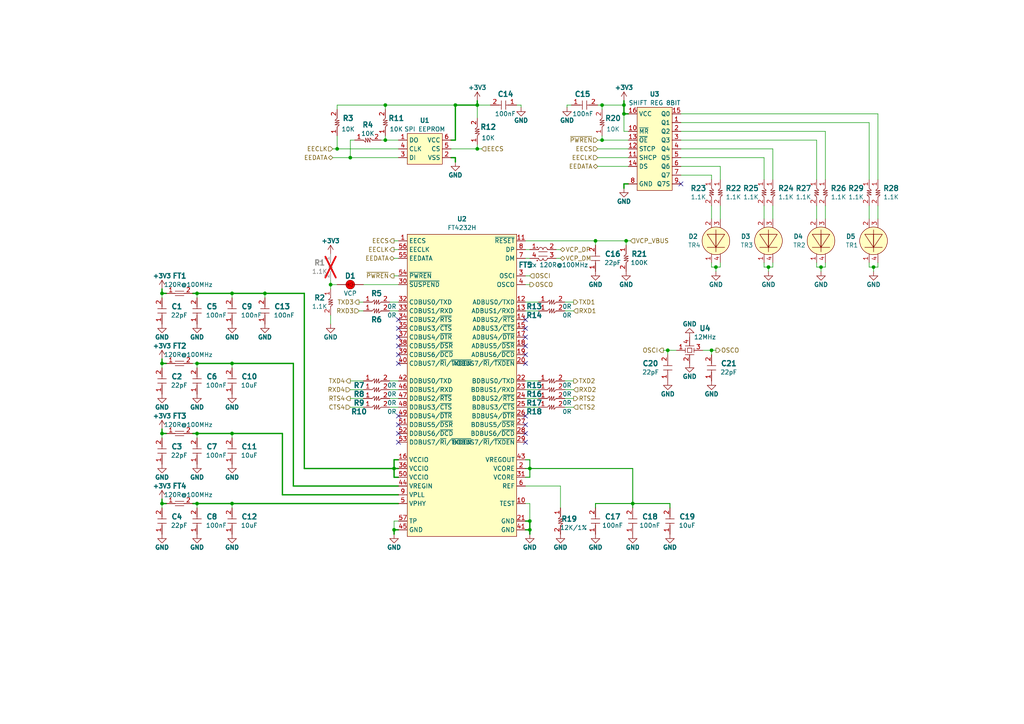
<source format=kicad_sch>
(kicad_sch (version 20231120) (generator "eeschema") (generator_version "8.0")
  (paper "A4")
  (junction (at 174.625 30.48))
  (junction (at 181.61 69.85))
  (junction (at 67.31 146.05))
  (junction (at 101.6 45.72))
  (junction (at 95.885 82.55))
  (junction (at 97.79 43.18))
  (junction (at 46.99 146.05))
  (junction (at 57.15 146.05))
  (junction (at 153.67 153.67))
  (junction (at 111.76 40.64))
  (junction (at 207.645 77.47))
  (junction (at 222.885 77.47))
  (junction (at 111.76 30.48))
  (junction (at 46.99 85.09))
  (junction (at 57.15 85.09))
  (junction (at 174.625 40.64))
  (junction (at 46.99 105.41))
  (junction (at 180.975 33.02))
  (junction (at 253.365 77.47))
  (junction (at 172.72 69.85))
  (junction (at 114.3 135.89))
  (junction (at 206.375 101.6))
  (junction (at 76.835 85.09))
  (junction (at 67.31 105.41))
  (junction (at 114.3 153.67))
  (junction (at 57.15 105.41))
  (junction (at 57.15 125.73))
  (junction (at 132.08 30.48))
  (junction (at 183.515 146.05))
  (junction (at 180.975 30.48))
  (junction (at 46.99 125.73))
  (junction (at 193.675 101.6))
  (junction (at 153.67 151.13))
  (junction (at 67.31 85.09))
  (junction (at 138.43 30.48))
  (junction (at 138.43 43.18))
  (junction (at 153.67 135.89))
  (junction (at 238.125 77.47))
  (junction (at 67.31 125.73))
  (no_connect (at 115.57 120.65))
  (no_connect (at 115.57 97.79))
  (no_connect (at 115.57 95.25))
  (no_connect (at 152.4 95.25))
  (no_connect (at 115.57 105.41))
  (no_connect (at 115.57 92.71))
  (no_connect (at 152.4 105.41))
  (no_connect (at 152.4 120.65))
  (no_connect (at 152.4 92.71))
  (no_connect (at 115.57 123.19))
  (no_connect (at 152.4 100.33))
  (no_connect (at 115.57 100.33))
  (no_connect (at 152.4 128.27))
  (no_connect (at 115.57 128.27))
  (no_connect (at 152.4 123.19))
  (no_connect (at 115.57 125.73))
  (no_connect (at 152.4 125.73))
  (no_connect (at 152.4 102.87))
  (no_connect (at 152.4 97.79))
  (no_connect (at 115.57 102.87))
  (no_connect (at 197.485 53.34))
  (wire (pts (xy 67.31 146.05) (xy 67.31 147.32)))
  (wire (pts (xy 67.31 125.73) (xy 67.31 127)))
  (wire (pts (xy 153.67 82.55) (xy 152.4 82.55)))
  (wire (pts (xy 76.835 85.09) (xy 67.31 85.09)) (stroke (width 0.381)))
  (wire (pts (xy 67.31 85.09) (xy 67.31 86.36)))
  (wire (pts (xy 224.155 43.18) (xy 224.155 52.07)))
  (wire (pts (xy 180.975 30.48) (xy 180.975 33.02)) (stroke (width 0.381)))
  (wire (pts (xy 254.635 77.47) (xy 253.365 77.47)))
  (wire (pts (xy 197.485 48.26) (xy 208.915 48.26)))
  (wire (pts (xy 101.6 40.64) (xy 102.87 40.64)))
  (wire (pts (xy 46.99 125.73) (xy 48.26 125.73)) (stroke (width 0.381)))
  (wire (pts (xy 138.43 30.48) (xy 142.24 30.48)))
  (wire (pts (xy 101.6 45.72) (xy 101.6 40.64)))
  (wire (pts (xy 166.37 115.57) (xy 163.83 115.57)))
  (wire (pts (xy 113.03 113.03) (xy 115.57 113.03)))
  (wire (pts (xy 156.21 110.49) (xy 152.4 110.49)))
  (wire (pts (xy 182.245 40.64) (xy 174.625 40.64)))
  (wire (pts (xy 197.485 40.64) (xy 236.855 40.64)))
  (wire (pts (xy 152.4 133.35) (xy 153.67 133.35)) (stroke (width 0.254)))
  (wire (pts (xy 180.975 54.61) (xy 180.975 53.34)) (stroke (width 0.381)))
  (wire (pts (xy 46.99 83.82) (xy 46.99 85.09)) (stroke (width 0.381)))
  (wire (pts (xy 46.99 146.05) (xy 48.26 146.05)) (stroke (width 0.381)))
  (wire (pts (xy 194.31 146.05) (xy 183.515 146.05)) (stroke (width 0.254)))
  (wire (pts (xy 254.635 33.02) (xy 254.635 52.07)))
  (wire (pts (xy 95.885 82.55) (xy 95.885 83.82)))
  (wire (pts (xy 111.76 40.64) (xy 115.57 40.64)))
  (wire (pts (xy 221.615 45.72) (xy 221.615 52.07)))
  (wire (pts (xy 101.6 110.49) (xy 105.41 110.49)))
  (wire (pts (xy 174.625 30.48) (xy 174.625 31.75)))
  (wire (pts (xy 222.885 77.47) (xy 222.885 78.74)))
  (wire (pts (xy 161.29 74.93) (xy 162.56 74.93)))
  (wire (pts (xy 153.67 135.89) (xy 183.515 135.89)) (stroke (width 0.254)))
  (wire (pts (xy 194.31 147.32) (xy 194.31 146.05)) (stroke (width 0.254)))
  (wire (pts (xy 153.67 74.93) (xy 152.4 74.93)))
  (wire (pts (xy 88.265 135.89) (xy 88.265 85.09)) (stroke (width 0.381)))
  (wire (pts (xy 252.095 63.5) (xy 252.095 59.69)))
  (wire (pts (xy 114.3 151.13) (xy 115.57 151.13)))
  (wire (pts (xy 104.14 90.17) (xy 105.41 90.17)))
  (wire (pts (xy 46.99 124.46) (xy 46.99 125.73)) (stroke (width 0.381)))
  (wire (pts (xy 104.14 87.63) (xy 105.41 87.63)))
  (wire (pts (xy 166.37 118.11) (xy 163.83 118.11)))
  (wire (pts (xy 88.265 135.89) (xy 114.3 135.89)) (stroke (width 0.381)))
  (wire (pts (xy 115.57 140.97) (xy 85.09 140.97)) (stroke (width 0.381)))
  (wire (pts (xy 166.37 87.63) (xy 163.83 87.63)))
  (wire (pts (xy 156.21 87.63) (xy 152.4 87.63)))
  (wire (pts (xy 206.375 101.6) (xy 207.645 101.6)))
  (wire (pts (xy 81.915 125.73) (xy 67.31 125.73)) (stroke (width 0.381)))
  (wire (pts (xy 96.52 43.18) (xy 97.79 43.18)))
  (wire (pts (xy 114.3 135.89) (xy 115.57 135.89)) (stroke (width 0.381)))
  (wire (pts (xy 206.375 50.8) (xy 206.375 52.07)))
  (wire (pts (xy 197.485 33.02) (xy 254.635 33.02)))
  (wire (pts (xy 114.3 69.85) (xy 115.57 69.85)))
  (wire (pts (xy 156.21 113.03) (xy 152.4 113.03)))
  (wire (pts (xy 57.15 105.41) (xy 57.15 106.68)))
  (wire (pts (xy 95.885 81.28) (xy 95.885 82.55)))
  (wire (pts (xy 180.975 29.21) (xy 180.975 30.48)) (stroke (width 0.381)))
  (wire (pts (xy 173.355 43.18) (xy 182.245 43.18)))
  (wire (pts (xy 113.03 87.63) (xy 115.57 87.63)))
  (wire (pts (xy 132.08 45.72) (xy 130.81 45.72)) (stroke (width 0.381)))
  (wire (pts (xy 81.915 143.51) (xy 81.915 125.73)) (stroke (width 0.381)))
  (wire (pts (xy 113.03 118.11) (xy 115.57 118.11)))
  (wire (pts (xy 55.88 125.73) (xy 57.15 125.73)) (stroke (width 0.381)))
  (wire (pts (xy 114.3 154.94) (xy 114.3 153.67)) (stroke (width 0.381)))
  (wire (pts (xy 152.4 146.05) (xy 153.67 146.05)))
  (wire (pts (xy 236.855 40.64) (xy 236.855 52.07)))
  (wire (pts (xy 238.125 77.47) (xy 238.125 78.74)))
  (wire (pts (xy 152.4 115.57) (xy 156.21 115.57)))
  (wire (pts (xy 221.615 76.2) (xy 221.615 77.47)))
  (wire (pts (xy 46.99 85.09) (xy 46.99 86.36)))
  (wire (pts (xy 97.79 39.37) (xy 97.79 43.18)))
  (wire (pts (xy 165.735 30.48) (xy 164.465 30.48)))
  (wire (pts (xy 161.29 72.39) (xy 162.56 72.39)))
  (wire (pts (xy 57.15 125.73) (xy 57.15 127)))
  (wire (pts (xy 152.4 135.89) (xy 153.67 135.89)) (stroke (width 0.254)))
  (wire (pts (xy 152.4 80.01) (xy 153.67 80.01)))
  (wire (pts (xy 192.405 101.6) (xy 193.675 101.6)))
  (wire (pts (xy 156.21 90.17) (xy 152.4 90.17)))
  (wire (pts (xy 239.395 38.1) (xy 239.395 52.07)))
  (wire (pts (xy 252.095 76.2) (xy 252.095 77.47)))
  (wire (pts (xy 162.56 140.97) (xy 162.56 147.32)))
  (wire (pts (xy 153.67 138.43) (xy 153.67 135.89)) (stroke (width 0.254)))
  (wire (pts (xy 193.675 101.6) (xy 196.215 101.6)))
  (wire (pts (xy 207.645 77.47) (xy 207.645 78.74)))
  (wire (pts (xy 203.835 101.6) (xy 206.375 101.6)))
  (wire (pts (xy 172.72 69.85) (xy 181.61 69.85)))
  (wire (pts (xy 208.915 76.2) (xy 208.915 77.47)))
  (wire (pts (xy 115.57 138.43) (xy 114.3 138.43)) (stroke (width 0.381)))
  (wire (pts (xy 97.79 31.75) (xy 97.79 30.48)))
  (wire (pts (xy 182.245 38.1) (xy 180.975 38.1)))
  (wire (pts (xy 239.395 63.5) (xy 239.395 59.69)))
  (wire (pts (xy 153.67 133.35) (xy 153.67 135.89)) (stroke (width 0.254)))
  (wire (pts (xy 46.99 144.78) (xy 46.99 146.05)) (stroke (width 0.381)))
  (wire (pts (xy 252.095 35.56) (xy 252.095 52.07)))
  (wire (pts (xy 174.625 40.64) (xy 174.625 39.37)))
  (wire (pts (xy 236.855 76.2) (xy 236.855 77.47)))
  (wire (pts (xy 253.365 77.47) (xy 253.365 78.74)))
  (wire (pts (xy 254.635 76.2) (xy 254.635 77.47)))
  (wire (pts (xy 183.515 146.05) (xy 172.72 146.05)) (stroke (width 0.254)))
  (wire (pts (xy 254.635 63.5) (xy 254.635 59.69)))
  (wire (pts (xy 46.99 105.41) (xy 48.26 105.41)) (stroke (width 0.381)))
  (wire (pts (xy 114.3 135.89) (xy 114.3 133.35)) (stroke (width 0.381)))
  (wire (pts (xy 114.3 153.67) (xy 114.3 151.13)))
  (wire (pts (xy 55.88 146.05) (xy 57.15 146.05)) (stroke (width 0.381)))
  (wire (pts (xy 95.885 93.98) (xy 95.885 91.44)))
  (wire (pts (xy 67.31 146.05) (xy 115.57 146.05)) (stroke (width 0.381)))
  (wire (pts (xy 114.3 138.43) (xy 114.3 135.89)) (stroke (width 0.381)))
  (wire (pts (xy 105.41 82.55) (xy 115.57 82.55)))
  (wire (pts (xy 110.49 40.64) (xy 111.76 40.64)))
  (wire (pts (xy 57.15 85.09) (xy 67.31 85.09)) (stroke (width 0.381)))
  (wire (pts (xy 132.08 30.48) (xy 138.43 30.48)) (stroke (width 0.381)))
  (wire (pts (xy 208.915 63.5) (xy 208.915 59.69)))
  (wire (pts (xy 132.08 40.64) (xy 130.81 40.64)) (stroke (width 0.381)))
  (wire (pts (xy 101.6 115.57) (xy 105.41 115.57)))
  (wire (pts (xy 207.645 77.47) (xy 206.375 77.47)))
  (wire (pts (xy 183.515 135.89) (xy 183.515 146.05)) (stroke (width 0.254)))
  (wire (pts (xy 115.57 45.72) (xy 101.6 45.72)))
  (wire (pts (xy 101.6 118.11) (xy 105.41 118.11)))
  (wire (pts (xy 197.485 45.72) (xy 221.615 45.72)))
  (wire (pts (xy 224.155 63.5) (xy 224.155 59.69)))
  (wire (pts (xy 138.43 29.21) (xy 138.43 30.48)) (stroke (width 0.381)))
  (wire (pts (xy 152.4 151.13) (xy 153.67 151.13)) (stroke (width 0.381)))
  (wire (pts (xy 149.86 30.48) (xy 151.13 30.48)))
  (wire (pts (xy 113.03 115.57) (xy 115.57 115.57)))
  (wire (pts (xy 95.885 82.55) (xy 97.79 82.55)))
  (wire (pts (xy 96.52 45.72) (xy 101.6 45.72)))
  (wire (pts (xy 236.855 63.5) (xy 236.855 59.69)))
  (wire (pts (xy 206.375 102.87) (xy 206.375 101.6)))
  (wire (pts (xy 138.43 43.18) (xy 139.7 43.18)))
  (wire (pts (xy 114.3 74.93) (xy 115.57 74.93)))
  (wire (pts (xy 55.88 105.41) (xy 57.15 105.41)))
  (wire (pts (xy 239.395 77.47) (xy 238.125 77.47)))
  (wire (pts (xy 172.72 69.85) (xy 172.72 71.12)))
  (wire (pts (xy 197.485 43.18) (xy 224.155 43.18)))
  (wire (pts (xy 152.4 118.11) (xy 156.21 118.11)))
  (wire (pts (xy 152.4 140.97) (xy 162.56 140.97)))
  (wire (pts (xy 173.355 30.48) (xy 174.625 30.48)))
  (wire (pts (xy 182.245 33.02) (xy 180.975 33.02)) (stroke (width 0.381)))
  (wire (pts (xy 152.4 69.85) (xy 172.72 69.85)))
  (wire (pts (xy 46.99 125.73) (xy 46.99 127)))
  (wire (pts (xy 197.485 35.56) (xy 252.095 35.56)))
  (wire (pts (xy 55.88 85.09) (xy 57.15 85.09)) (stroke (width 0.381)))
  (wire (pts (xy 197.485 38.1) (xy 239.395 38.1)))
  (wire (pts (xy 115.57 143.51) (xy 81.915 143.51)) (stroke (width 0.381)))
  (wire (pts (xy 208.915 77.47) (xy 207.645 77.47)))
  (wire (pts (xy 166.37 113.03) (xy 163.83 113.03)))
  (wire (pts (xy 206.375 76.2) (xy 206.375 77.47)))
  (wire (pts (xy 111.76 31.75) (xy 111.76 30.48)))
  (wire (pts (xy 111.76 39.37) (xy 111.76 40.64)))
  (wire (pts (xy 153.67 151.13) (xy 153.67 153.67)) (stroke (width 0.381)))
  (wire (pts (xy 88.265 85.09) (xy 76.835 85.09)) (stroke (width 0.381)))
  (wire (pts (xy 197.485 50.8) (xy 206.375 50.8)))
  (wire (pts (xy 172.72 146.05) (xy 172.72 147.32)) (stroke (width 0.254)))
  (wire (pts (xy 153.67 72.39) (xy 152.4 72.39)))
  (wire (pts (xy 222.885 77.47) (xy 221.615 77.47)))
  (wire (pts (xy 67.31 105.41) (xy 85.09 105.41)) (stroke (width 0.381)))
  (wire (pts (xy 173.355 40.64) (xy 174.625 40.64)))
  (wire (pts (xy 224.155 77.47) (xy 222.885 77.47)))
  (wire (pts (xy 153.67 146.05) (xy 153.67 151.13)))
  (wire (pts (xy 114.3 153.67) (xy 115.57 153.67)) (stroke (width 0.381)))
  (wire (pts (xy 101.6 113.03) (xy 105.41 113.03)))
  (wire (pts (xy 224.155 76.2) (xy 224.155 77.47)))
  (wire (pts (xy 138.43 30.48) (xy 138.43 34.29)))
  (wire (pts (xy 57.15 125.73) (xy 67.31 125.73)) (stroke (width 0.381)))
  (wire (pts (xy 173.355 45.72) (xy 182.245 45.72)))
  (wire (pts (xy 193.675 102.87) (xy 193.675 101.6)))
  (wire (pts (xy 221.615 63.5) (xy 221.615 59.69)))
  (wire (pts (xy 153.67 153.67) (xy 152.4 153.67)) (stroke (width 0.381)))
  (wire (pts (xy 57.15 146.05) (xy 67.31 146.05)) (stroke (width 0.381)))
  (wire (pts (xy 46.99 104.14) (xy 46.99 105.41)) (stroke (width 0.381)))
  (wire (pts (xy 57.15 146.05) (xy 57.15 147.32)))
  (wire (pts (xy 253.365 77.47) (xy 252.095 77.47)))
  (wire (pts (xy 113.03 90.17) (xy 115.57 90.17)))
  (wire (pts (xy 114.3 133.35) (xy 115.57 133.35)) (stroke (width 0.381)))
  (wire (pts (xy 208.915 48.26) (xy 208.915 52.07)))
  (wire (pts (xy 132.08 30.48) (xy 132.08 40.64)) (stroke (width 0.381)))
  (wire (pts (xy 132.08 46.99) (xy 132.08 45.72)) (stroke (width 0.381)))
  (wire (pts (xy 57.15 105.41) (xy 67.31 105.41)) (stroke (width 0.381)))
  (wire (pts (xy 180.975 53.34) (xy 182.245 53.34)) (stroke (width 0.381)))
  (wire (pts (xy 46.99 146.05) (xy 46.99 147.32)))
  (wire (pts (xy 57.15 85.09) (xy 57.15 86.36)))
  (wire (pts (xy 173.355 48.26) (xy 182.245 48.26)))
  (wire (pts (xy 181.61 69.85) (xy 181.61 71.12)))
  (wire (pts (xy 239.395 76.2) (xy 239.395 77.47)))
  (wire (pts (xy 114.3 72.39) (xy 115.57 72.39)))
  (wire (pts (xy 138.43 43.18) (xy 138.43 41.91)))
  (wire (pts (xy 151.13 31.115) (xy 151.13 30.48)))
  (wire (pts (xy 174.625 30.48) (xy 180.975 30.48)))
  (wire (pts (xy 166.37 110.49) (xy 163.83 110.49)))
  (wire (pts (xy 180.975 38.1) (xy 180.975 33.02)))
  (wire (pts (xy 183.515 146.05) (xy 183.515 147.32)) (stroke (width 0.254)))
  (wire (pts (xy 111.76 30.48) (xy 132.08 30.48)))
  (wire (pts (xy 181.61 69.85) (xy 182.88 69.85)))
  (wire (pts (xy 76.835 85.09) (xy 76.835 86.36)))
  (wire (pts (xy 114.3 80.01) (xy 115.57 80.01)))
  (wire (pts (xy 206.375 63.5) (xy 206.375 59.69)))
  (wire (pts (xy 153.67 153.67) (xy 153.67 154.94)) (stroke (width 0.381)))
  (wire (pts (xy 67.31 105.41) (xy 67.31 106.68)))
  (wire (pts (xy 130.81 43.18) (xy 138.43 43.18)))
  (wire (pts (xy 164.465 31.115) (xy 164.465 30.48)))
  (wire (pts (xy 238.125 77.47) (xy 236.855 77.47)))
  (wire (pts (xy 97.79 43.18) (xy 115.57 43.18)))
  (wire (pts (xy 152.4 138.43) (xy 153.67 138.43)) (stroke (width 0.254)))
  (wire (pts (xy 85.09 140.97) (xy 85.09 105.41)) (stroke (width 0.381)))
  (wire (pts (xy 46.99 85.09) (xy 48.26 85.09)) (stroke (width 0.381)))
  (wire (pts (xy 97.79 30.48) (xy 111.76 30.48)))
  (wire (pts (xy 166.37 90.17) (xy 163.83 90.17)))
  (wire (pts (xy 46.99 105.41) (xy 46.99 106.68)))
  (wire (pts (xy 113.03 110.49) (xy 115.57 110.49)))
  (hierarchical_label "TXD3" (shape output) (at 104.14 87.63 180))
  (hierarchical_label "CTS4" (shape input) (at 101.6 118.11 180))
  (hierarchical_label "OSCO" (shape output) (at 153.67 82.55 0))
  (hierarchical_label "OSCI" (shape input) (at 153.67 80.01 0))
  (hierarchical_label "VCP_DP" (shape bidirectional) (at 162.56 72.39 0))
  (hierarchical_label "RXD4" (shape input) (at 101.6 113.03 180))
  (hierarchical_label "RXD2" (shape input) (at 166.37 113.03 0))
  (hierarchical_label "EEDATA" (shape bidirectional) (at 96.52 45.72 180))
  (hierarchical_label "RXD1" (shape input) (at 166.37 90.17 0))
  (hierarchical_label "OSCI" (shape output) (at 192.405 101.6 180))
  (hierarchical_label "OSCO" (shape output) (at 207.645 101.6 0))
  (hierarchical_label "RXD3" (shape input) (at 104.14 90.17 180))
  (hierarchical_label "RTS4" (shape output) (at 101.6 115.57 180))
  (hierarchical_label "~{PWREN}" (shape input) (at 173.355 40.64 180))
  (hierarchical_label "VCP_VBUS" (shape input) (at 182.88 69.85 0))
  (hierarchical_label "~{PWREN}" (shape output) (at 114.3 80.01 180))
  (hierarchical_label "CTS2" (shape input) (at 166.37 118.11 0))
  (hierarchical_label "EECLK" (shape input) (at 173.355 45.72 180))
  (hierarchical_label "EECS" (shape input) (at 173.355 43.18 180))
  (hierarchical_label "EECS" (shape input) (at 139.7 43.18 0))
  (hierarchical_label "EECS" (shape output) (at 114.3 69.85 180))
  (hierarchical_label "TXD2" (shape output) (at 166.37 110.49 0))
  (hierarchical_label "TXD4" (shape output) (at 101.6 110.49 180))
  (hierarchical_label "RTS2" (shape output) (at 166.37 115.57 0))
  (hierarchical_label "TXD1" (shape output) (at 166.37 87.63 0))
  (hierarchical_label "EECLK" (shape output) (at 114.3 72.39 180))
  (hierarchical_label "EECLK" (shape input) (at 96.52 43.18 180))
  (hierarchical_label "EEDATA" (shape bidirectional) (at 173.355 48.26 180))
  (hierarchical_label "EEDATA" (shape bidirectional) (at 114.3 74.93 180))
  (hierarchical_label "VCP_DM" (shape bidirectional) (at 162.56 74.93 0))
  (symbol (lib_id "SAMPI:RES") (at 160.02 149.86 90) (mirror x) (unit 1)
    (property "Reference" "R19" (at 165.1 150.495 90) (effects (font (size 1.5 1.5) (bold yes))))
    (property "Value" "12K/1%" (at 166.37 153.035 90))
    (property "Footprint" "SAMPI:RES0603" (effects (hide yes)))
    (property "Description" "RES 12K OHM 1% 1/10W 0603" (effects (hide yes)))
    (property "Unit Price" "0.019" (effects (hide yes)))
    (property "MNP" "RC0603FR-0712KL" (effects (hide yes)))
    (property "MFT" "YAGEO" (effects (hide yes)))
    (property "Checked" "OK" (effects (hide yes)))
  )
  (symbol (lib_id "SAMPI:FerriteBead") (at 51.435 81.28 0) (unit 1)
    (property "Reference" "FT1" (at 52.07 80.01 0) (effects (font (size 1.5 1.5) (bold yes))))
    (property "Value" "120R@100MHz" (at 54.61 82.55 0))
    (property "Footprint" "SAMPI:FT0603" (effects (hide yes)))
    (property "Description" "FERRITE BEAD 120 OHM 1A 0603 1LN" (effects (hide yes)))
    (property "Unit Price" "0.058" (effects (hide yes)))
    (property "MNP" "PE-0603PFB121ST" (effects (hide yes)))
    (property "MFT" "Pulse" (effects (hide yes)))
    (property "Checked" "OK" (effects (hide yes)))
  )
  (symbol (lib_id "power:GND") (at 222.885 78.74 0) (mirror y) (unit 1)
    (property "Reference" "#PWR039" (effects (hide yes)))
    (property "Value" "GND" (at 222.885 82.55 0) (effects (font (bold yes))))
  )
  (symbol (lib_id "SAMPI:RES") (at 177.165 36.83 270) (mirror x) (unit 1)
    (property "Reference" "R20" (at 177.8 34.29 90) (effects (font (size 1.5 1.5) (bold yes))))
    (property "Value" "10K" (at 177.8 37.465 90))
    (property "Footprint" "SAMPI:RES0603" (effects (hide yes)))
    (property "Description" "RES 10K OHM 1% 1/10W 0603" (effects (hide yes)))
    (property "Unit Price" "0.019" (effects (hide yes)))
    (property "MNP" "RC0603FR-0710KL" (effects (hide yes)))
    (property "MFT" "YAGEO" (effects (hide yes)))
    (property "Checked" "OK" (effects (hide yes)))
  )
  (symbol (lib_id "power:GND") (at 95.885 93.98 0) (unit 1)
    (property "Reference" "#PWR019" (effects (hide yes)))
    (property "Value" "GND" (at 95.885 97.79 0) (effects (font (bold yes))))
  )
  (symbol (lib_id "SAMPI:RG_LED") (at 215.265 63.5 90) (mirror x) (unit 1)
    (property "Reference" "D3" (at 217.805 68.58 90) (effects (font (size 1.3 1.3) (bold yes)) (justify left)))
    (property "Value" "TR3" (at 218.44 71.12 90) (effects (justify left)))
    (property "Footprint" "SAMPI:LED0606_4P" (effects (hide yes)))
    (property "Description" "LED GREEN/RED DIFFUSED 0606 SMD" (effects (hide yes)))
    (property "MNP" "B2612USNG20D000212U1930" (effects (hide yes)))
    (property "MFT" " Harvatek" (effects (hide yes)))
    (property "Checked" "OK" (effects (hide yes)))
  )
  (symbol (lib_id "power:GND") (at 46.99 134.62 0) (unit 1)
    (property "Reference" "#PWR06" (effects (hide yes)))
    (property "Value" "GND" (at 46.99 138.43 0) (effects (font (bold yes))))
  )
  (symbol (lib_id "power:GND") (at 206.375 110.49 0) (unit 1)
    (property "Reference" "#PWR037" (effects (hide yes)))
    (property "Value" "GND" (at 206.375 114.3 0) (effects (font (bold yes))))
  )
  (symbol (lib_id "SAMPI:RES") (at 158.75 115.57 0) (unit 1)
    (property "Reference" "R18" (at 154.94 119.38 0) (effects (font (size 1.5 1.5) (bold yes))))
    (property "Value" "0R" (at 164.465 119.38 0))
    (property "Footprint" "SAMPI:RES0603" (effects (hide yes)))
    (property "Description" "RES 0 OHM JUMPER 1/10W 0603" (effects (hide yes)))
    (property "Unit Price" "0.015" (effects (hide yes)))
    (property "MNP" "RC0603JR-070RL" (effects (hide yes)))
    (property "MFT" "YAGEO" (effects (hide yes)))
    (property "Checked" "OK" (effects (hide yes)))
  )
  (symbol (lib_id "power:GND") (at 253.365 78.74 0) (mirror y) (unit 1)
    (property "Reference" "#PWR041" (effects (hide yes)))
    (property "Value" "GND" (at 253.365 82.55 0) (effects (font (bold yes))))
  )
  (symbol (lib_id "SAMPI:RES") (at 107.95 85.09 0) (unit 1)
    (property "Reference" "R5" (at 109.22 85.09 0) (effects (font (size 1.5 1.5) (bold yes))))
    (property "Value" "0R" (at 113.665 88.9 0))
    (property "Footprint" "SAMPI:RES0603" (effects (hide yes)))
    (property "Description" "RES 0 OHM JUMPER 1/10W 0603" (effects (hide yes)))
    (property "Unit Price" "0.015" (effects (hide yes)))
    (property "MNP" "RC0603JR-070RL" (effects (hide yes)))
    (property "MFT" "YAGEO" (effects (hide yes)))
    (property "Checked" "OK" (effects (hide yes)))
  )
  (symbol (lib_id "SAMPI:CERCAP") (at 180.975 152.4 90) (unit 1)
    (property "Reference" "C18" (at 186.055 149.86 90) (effects (font (size 1.5 1.5) (bold yes)) (justify right)))
    (property "Value" "100nF" (at 185.42 152.4 90) (effects (justify right)))
    (property "Footprint" "SAMPI:CAP0603" (effects (hide yes)))
    (property "Description" "CAP CER 0.1UF 50V X7R 0603" (effects (hide yes)))
    (property "MNP" "CL10B104KB8NNNC" (effects (hide yes)))
    (property "Unit Price" "0.012" (effects (hide yes)))
    (property "MFT" "Samsung" (effects (hide yes)))
    (property "Checked" "OK" (effects (hide yes)))
  )
  (symbol (lib_id "power:GND") (at 172.72 78.74 0) (unit 1)
    (property "Reference" "#PWR027" (effects (hide yes)))
    (property "Value" "GND" (at 172.72 82.55 0) (effects (font (bold yes))))
  )
  (symbol (lib_id "power:GND") (at 67.31 134.62 0) (unit 1)
    (property "Reference" "#PWR015" (effects (hide yes)))
    (property "Value" "GND" (at 67.31 138.43 0) (effects (font (bold yes))))
  )
  (symbol (lib_id "power:+3V3") (at 95.885 73.66 0) (unit 1)
    (property "Reference" "#PWR018" (effects (hide yes)))
    (property "Value" "+3V3" (at 95.885 69.85 0) (effects (font (bold yes))))
  )
  (symbol (lib_id "SAMPI:CERCAP") (at 203.835 107.95 90) (unit 1)
    (property "Reference" "C21" (at 208.915 105.4099 90) (effects (font (size 1.5 1.5) (bold yes)) (justify right)))
    (property "Value" "22pF" (at 208.915 107.9499 90) (effects (justify right)))
    (property "Footprint" "SAMPI:CAP0603" (effects (hide yes)))
    (property "Description" "CAP CER 22PF 50V C0G/NP0 0603" (effects (hide yes)))
    (property "MNP" "0603N220J500CT" (effects (hide yes)))
    (property "Unit Price" "0.012" (effects (hide yes)))
    (property "MFT" "Walsin" (effects (hide yes)))
    (property "Checked" "OK" (effects (hide yes)))
  )
  (symbol (lib_id "SAMPI:CERCAP") (at 44.45 132.08 90) (unit 1)
    (property "Reference" "C3" (at 49.53 129.5399 90) (effects (font (size 1.5 1.5) (bold yes)) (justify right)))
    (property "Value" "22pF" (at 49.53 132.0799 90) (effects (justify right)))
    (property "Footprint" "SAMPI:CAP0603" (effects (hide yes)))
    (property "Description" "CAP CER 22PF 50V C0G/NP0 0603" (effects (hide yes)))
    (property "MNP" "0603N220J500CT" (effects (hide yes)))
    (property "Unit Price" "0.012" (effects (hide yes)))
    (property "MFT" "Walsin" (effects (hide yes)))
    (property "Checked" "OK" (effects (hide yes)))
  )
  (symbol (lib_id "SAMPI:RES") (at 140.97 39.37 270) (mirror x) (unit 1)
    (property "Reference" "R12" (at 141.605 36.83 90) (effects (font (size 1.5 1.5) (bold yes))))
    (property "Value" "10K" (at 141.605 40.005 90))
    (property "Footprint" "SAMPI:RES0603" (effects (hide yes)))
    (property "Description" "RES 10K OHM 1% 1/10W 0603" (effects (hide yes)))
    (property "Unit Price" "0.019" (effects (hide yes)))
    (property "MNP" "RC0603FR-0710KL" (effects (hide yes)))
    (property "MFT" "YAGEO" (effects (hide yes)))
    (property "Checked" "OK" (effects (hide yes)))
  )
  (symbol (lib_id "power:GND") (at 207.645 78.74 0) (mirror y) (unit 1)
    (property "Reference" "#PWR038" (effects (hide yes)))
    (property "Value" "GND" (at 207.645 82.55 0) (effects (font (bold yes))))
  )
  (symbol (lib_id "SAMPI:CERCAP") (at 44.45 152.4 90) (unit 1)
    (property "Reference" "C4" (at 49.53 149.8599 90) (effects (font (size 1.5 1.5) (bold yes)) (justify right)))
    (property "Value" "22pF" (at 49.53 152.3999 90) (effects (justify right)))
    (property "Footprint" "SAMPI:CAP0603" (effects (hide yes)))
    (property "Description" "CAP CER 22PF 50V C0G/NP0 0603" (effects (hide yes)))
    (property "MNP" "0603N220J500CT" (effects (hide yes)))
    (property "Unit Price" "0.012" (effects (hide yes)))
    (property "MFT" "Walsin" (effects (hide yes)))
    (property "Checked" "OK" (effects (hide yes)))
  )
  (symbol (lib_id "SAMPI:RG_LED") (at 200.025 63.5 90) (mirror x) (unit 1)
    (property "Reference" "D2" (at 202.565 68.58 90) (effects (font (size 1.3 1.3) (bold yes)) (justify left)))
    (property "Value" "TR4" (at 203.2 71.12 90) (effects (justify left)))
    (property "Footprint" "SAMPI:LED0606_4P" (effects (hide yes)))
    (property "Description" "LED GREEN/RED DIFFUSED 0606 SMD" (effects (hide yes)))
    (property "MNP" "B2612USNG20D000212U1930" (effects (hide yes)))
    (property "MFT" " Harvatek" (effects (hide yes)))
    (property "Checked" "OK" (effects (hide yes)))
  )
  (symbol (lib_id "SAMPI:RES") (at 107.95 87.63 0) (unit 1)
    (property "Reference" "R6" (at 109.22 92.71 0) (effects (font (size 1.5 1.5) (bold yes))))
    (property "Value" "0R" (at 113.665 91.44 0))
    (property "Footprint" "SAMPI:RES0603" (effects (hide yes)))
    (property "Description" "RES 0 OHM JUMPER 1/10W 0603" (effects (hide yes)))
    (property "Unit Price" "0.015" (effects (hide yes)))
    (property "MNP" "RC0603JR-070RL" (effects (hide yes)))
    (property "MFT" "YAGEO" (effects (hide yes)))
    (property "Checked" "OK" (effects (hide yes)))
  )
  (symbol (lib_id "power:+3V3") (at 46.99 104.14 0) (unit 1)
    (property "Reference" "#PWR03" (effects (hide yes)))
    (property "Value" "+3V3" (at 46.99 100.33 0) (effects (font (bold yes))))
  )
  (symbol (lib_id "SAMPI:RES") (at 158.75 87.63 0) (unit 1)
    (property "Reference" "R14" (at 154.94 91.44 0) (effects (font (size 1.5 1.5) (bold yes))))
    (property "Value" "0R" (at 164.465 91.44 0))
    (property "Footprint" "SAMPI:RES0603" (effects (hide yes)))
    (property "Description" "RES 0 OHM JUMPER 1/10W 0603" (effects (hide yes)))
    (property "Unit Price" "0.015" (effects (hide yes)))
    (property "MNP" "RC0603JR-070RL" (effects (hide yes)))
    (property "MFT" "YAGEO" (effects (hide yes)))
    (property "Checked" "OK" (effects (hide yes)))
  )
  (symbol (lib_id "power:GND") (at 57.15 93.98 0) (unit 1)
    (property "Reference" "#PWR09" (effects (hide yes)))
    (property "Value" "GND" (at 57.15 97.79 0) (effects (font (bold yes))))
  )
  (symbol (lib_id "SAMPI:CERCAP") (at 64.77 111.76 90) (unit 1)
    (property "Reference" "C10" (at 69.85 109.2199 90) (effects (font (size 1.5 1.5) (bold yes)) (justify right)))
    (property "Value" "10uF" (at 69.85 111.7599 90) (effects (justify right)))
    (property "Footprint" "SAMPI:CAP0603" (effects (hide yes)))
    (property "Description" "CAP CER 10UF 6.3V X5R 0603" (effects (hide yes)))
    (property "MNP" "CL10A106MQ8NNNC" (effects (hide yes)))
    (property "Unit Price" "0.079" (effects (hide yes)))
    (property "MFT" "Samsung" (effects (hide yes)))
    (property "Checked" "OK" (effects (hide yes)))
  )
  (symbol (lib_id "SAMPI:CERCAP") (at 196.215 107.95 270) (mirror x) (unit 1)
    (property "Reference" "C20" (at 191.135 105.4099 90) (effects (font (size 1.5 1.5) (bold yes)) (justify right)))
    (property "Value" "22pF" (at 191.135 107.9499 90) (effects (justify right)))
    (property "Footprint" "SAMPI:CAP0603" (effects (hide yes)))
    (property "Description" "CAP CER 22PF 50V C0G/NP0 0603" (effects (hide yes)))
    (property "MNP" "0603N220J500CT" (effects (hide yes)))
    (property "Unit Price" "0.012" (effects (hide yes)))
    (property "MFT" "Walsin" (effects (hide yes)))
    (property "Checked" "OK" (effects (hide yes)))
  )
  (symbol (lib_id "SAMPI:CERCAP") (at 54.61 152.4 90) (unit 1)
    (property "Reference" "C8" (at 59.69 149.8599 90) (effects (font (size 1.5 1.5) (bold yes)) (justify right)))
    (property "Value" "100nF" (at 59.69 152.3999 90) (effects (justify right)))
    (property "Footprint" "SAMPI:CAP0603" (effects (hide yes)))
    (property "Description" "CAP CER 0.1UF 50V X7R 0603" (effects (hide yes)))
    (property "MNP" "CL10B104KB8NNNC" (effects (hide yes)))
    (property "Unit Price" "0.012" (effects (hide yes)))
    (property "MFT" "Samsung" (effects (hide yes)))
    (property "Checked" "OK" (effects (hide yes)))
  )
  (symbol (lib_id "SAMPI:RES") (at 158.75 110.49 0) (unit 1)
    (property "Reference" "R16" (at 154.94 114.3 0) (effects (font (size 1.5 1.5) (bold yes))))
    (property "Value" "0R" (at 164.465 114.3 0))
    (property "Footprint" "SAMPI:RES0603" (effects (hide yes)))
    (property "Description" "RES 0 OHM JUMPER 1/10W 0603" (effects (hide yes)))
    (property "Unit Price" "0.015" (effects (hide yes)))
    (property "MNP" "RC0603JR-070RL" (effects (hide yes)))
    (property "MFT" "YAGEO" (effects (hide yes)))
    (property "Checked" "OK" (effects (hide yes)))
  )
  (symbol (lib_id "SAMPI:RES") (at 158.75 107.95 0) (unit 1)
    (property "Reference" "R15" (at 154.94 111.76 0) (effects (font (size 1.5 1.5) (bold yes))))
    (property "Value" "0R" (at 164.465 111.76 0))
    (property "Footprint" "SAMPI:RES0603" (effects (hide yes)))
    (property "Description" "RES 0 OHM JUMPER 1/10W 0603" (effects (hide yes)))
    (property "Unit Price" "0.015" (effects (hide yes)))
    (property "MNP" "RC0603JR-070RL" (effects (hide yes)))
    (property "MFT" "YAGEO" (effects (hide yes)))
    (property "Checked" "OK" (effects (hide yes)))
  )
  (symbol (lib_id "SAMPI:RES") (at 107.95 113.03 0) (unit 1)
    (property "Reference" "R9" (at 104.14 116.84 0) (effects (font (size 1.5 1.5) (bold yes))))
    (property "Value" "0R" (at 113.665 116.84 0))
    (property "Footprint" "SAMPI:RES0603" (effects (hide yes)))
    (property "Description" "RES 0 OHM JUMPER 1/10W 0603" (effects (hide yes)))
    (property "Unit Price" "0.015" (effects (hide yes)))
    (property "MNP" "RC0603JR-070RL" (effects (hide yes)))
    (property "MFT" "YAGEO" (effects (hide yes)))
    (property "Checked" "OK" (effects (hide yes)))
  )
  (symbol (lib_id "power:GND") (at 67.31 93.98 0) (unit 1)
    (property "Reference" "#PWR013" (effects (hide yes)))
    (property "Value" "GND" (at 67.31 97.79 0) (effects (font (bold yes))))
  )
  (symbol (lib_id "power:GND") (at 57.15 134.62 0) (unit 1)
    (property "Reference" "#PWR011" (effects (hide yes)))
    (property "Value" "GND" (at 57.15 138.43 0) (effects (font (bold yes))))
  )
  (symbol (lib_id "SAMPI:RES") (at 221.615 54.61 90) (mirror x) (unit 1)
    (property "Reference" "R24" (at 227.965 54.61 90) (effects (font (size 1.5 1.5) (bold yes))))
    (property "Value" "1.1K" (at 227.965 57.15 90))
    (property "Footprint" "SAMPI:RES0603" (effects (hide yes)))
    (property "Description" "RES SMD 1.1K OHM 1% 1/10W 0603" (effects (hide yes)))
    (property "MFT" "YAGEO" (effects (hide yes)))
    (property "Unit Price" "0.021" (effects (hide yes)))
    (property "MNP" "AC0603FR-071K1L" (effects (hide yes)))
    (property "Checked" "OK" (effects (hide yes)))
  )
  (symbol (lib_id "power:GND") (at 164.465 31.115 0) (mirror y) (unit 1)
    (property "Reference" "#PWR026" (effects (hide yes)))
    (property "Value" "GND" (at 164.465 34.925 0) (effects (font (bold yes))))
  )
  (symbol (lib_id "power:+3V3") (at 46.99 124.46 0) (unit 1)
    (property "Reference" "#PWR05" (effects (hide yes)))
    (property "Value" "+3V3" (at 46.99 120.65 0) (effects (font (bold yes))))
  )
  (symbol (lib_id "SAMPI:XTAL-4P") (at 192.405 96.52 0) (unit 1)
    (property "Reference" "U4" (at 204.47 95.2213 0) (effects (font (size 1.5 1.5) (bold yes))))
    (property "Value" "12MHz" (at 204.47 97.7613 0))
    (property "Footprint" "SAMPI:CDFN2520-ABM10" (effects (hide yes)))
    (property "Description" "CRYSTAL 12.0000MHZ 10PF SMD" (effects (hide yes)))
    (property "MNP" "ABM10AIG-12.000MHZ-4Z-T3" (effects (hide yes)))
    (property "MFT" "Abracon LLC" (effects (hide yes)))
  )
  (symbol (lib_id "SAMPI:FerriteBead") (at 51.435 142.24 0) (unit 1)
    (property "Reference" "FT4" (at 52.07 140.97 0) (effects (font (size 1.5 1.5) (bold yes))))
    (property "Value" "120R@100MHz" (at 54.61 143.51 0))
    (property "Footprint" "SAMPI:FT0603" (effects (hide yes)))
    (property "Description" "FERRITE BEAD 120 OHM 1A 0603 1LN" (effects (hide yes)))
    (property "Unit Price" "0.058" (effects (hide yes)))
    (property "MNP" "PE-0603PFB121ST" (effects (hide yes)))
    (property "MFT" "Pulse" (effects (hide yes)))
    (property "Checked" "OK" (effects (hide yes)))
  )
  (symbol (lib_id "SAMPI:CERCAP") (at 170.18 152.4 90) (unit 1)
    (property "Reference" "C17" (at 175.26 149.86 90) (effects (font (size 1.5 1.5) (bold yes)) (justify right)))
    (property "Value" "100nF" (at 174.625 152.4 90) (effects (justify right)))
    (property "Footprint" "SAMPI:CAP0603" (effects (hide yes)))
    (property "Description" "CAP CER 0.1UF 50V X7R 0603" (effects (hide yes)))
    (property "MNP" "CL10B104KB8NNNC" (effects (hide yes)))
    (property "Unit Price" "0.012" (effects (hide yes)))
    (property "MFT" "Samsung" (effects (hide yes)))
    (property "Checked" "OK" (effects (hide yes)))
  )
  (symbol (lib_id "SAMPI:CERCAP") (at 170.18 76.2 90) (unit 1)
    (property "Reference" "C16" (at 175.26 73.6599 90) (effects (font (size 1.5 1.5) (bold yes)) (justify right)))
    (property "Value" "22pF" (at 175.26 76.1999 90) (effects (justify right)))
    (property "Footprint" "SAMPI:CAP0603" (effects (hide yes)))
    (property "Description" "CAP CER 22PF 50V C0G/NP0 0603" (effects (hide yes)))
    (property "MNP" "0603N220J500CT" (effects (hide yes)))
    (property "Unit Price" "0.012" (effects (hide yes)))
    (property "MFT" "Walsin" (effects (hide yes)))
    (property "Checked" "OK" (effects (hide yes)))
  )
  (symbol (lib_id "power:GND") (at 181.61 78.74 0) (unit 1)
    (property "Reference" "#PWR031" (effects (hide yes)))
    (property "Value" "GND" (at 181.61 82.55 0) (effects (font (bold yes))))
  )
  (symbol (lib_id "SAMPI:RES") (at 114.3 36.83 270) (mirror x) (unit 1)
    (property "Reference" "R11" (at 114.935 34.29 90) (effects (font (size 1.5 1.5) (bold yes))))
    (property "Value" "10K" (at 114.935 37.465 90))
    (property "Footprint" "SAMPI:RES0603" (effects (hide yes)))
    (property "Description" "RES 10K OHM 1% 1/10W 0603" (effects (hide yes)))
    (property "Unit Price" "0.019" (effects (hide yes)))
    (property "MNP" "RC0603FR-0710KL" (effects (hide yes)))
    (property "MFT" "YAGEO" (effects (hide yes)))
    (property "Checked" "OK" (effects (hide yes)))
  )
  (symbol (lib_id "power:GND") (at 193.675 110.49 0) (mirror y) (unit 1)
    (property "Reference" "#PWR033" (effects (hide yes)))
    (property "Value" "GND" (at 193.675 114.3 0) (effects (font (bold yes))))
  )
  (symbol (lib_id "power:GND") (at 67.31 154.94 0) (unit 1)
    (property "Reference" "#PWR016" (effects (hide yes)))
    (property "Value" "GND" (at 67.31 158.75 0) (effects (font (bold yes))))
  )
  (symbol (lib_id "power:GND") (at 57.15 154.94 0) (unit 1)
    (property "Reference" "#PWR012" (effects (hide yes)))
    (property "Value" "GND" (at 57.15 158.75 0) (effects (font (bold yes))))
  )
  (symbol (lib_id "SAMPI:RES") (at 107.95 107.95 0) (unit 1)
    (property "Reference" "R7" (at 104.14 111.76 0) (effects (font (size 1.5 1.5) (bold yes))))
    (property "Value" "0R" (at 113.665 111.76 0))
    (property "Footprint" "SAMPI:RES0603" (effects (hide yes)))
    (property "Description" "RES 0 OHM JUMPER 1/10W 0603" (effects (hide yes)))
    (property "Unit Price" "0.015" (effects (hide yes)))
    (property "MNP" "RC0603JR-070RL" (effects (hide yes)))
    (property "MFT" "YAGEO" (effects (hide yes)))
    (property "Checked" "OK" (effects (hide yes)))
  )
  (symbol (lib_id "SAMPI:RES") (at 158.75 85.09 0) (unit 1)
    (property "Reference" "R13" (at 154.94 88.9 0) (effects (font (size 1.5 1.5) (bold yes))))
    (property "Value" "0R" (at 164.465 88.9 0))
    (property "Footprint" "SAMPI:RES0603" (effects (hide yes)))
    (property "Description" "RES 0 OHM JUMPER 1/10W 0603" (effects (hide yes)))
    (property "Unit Price" "0.015" (effects (hide yes)))
    (property "MNP" "RC0603JR-070RL" (effects (hide yes)))
    (property "MFT" "YAGEO" (effects (hide yes)))
    (property "Checked" "OK" (effects (hide yes)))
  )
  (symbol (lib_id "power:GND") (at 200.025 97.79 180) (unit 1)
    (property "Reference" "#PWR035" (effects (hide yes)))
    (property "Value" "GND" (at 200.025 93.98 0) (effects (font (bold yes))))
  )
  (symbol (lib_id "SAMPI:RES") (at 105.41 43.18 0) (mirror x) (unit 1)
    (property "Reference" "R4" (at 106.68 36.195 0) (effects (font (size 1.5 1.5) (bold yes))))
    (property "Value" "10K" (at 106.68 38.735 0))
    (property "Footprint" "SAMPI:RES0603" (effects (hide yes)))
    (property "Description" "RES 10K OHM 1% 1/10W 0603" (effects (hide yes)))
    (property "Unit Price" "0.019" (effects (hide yes)))
    (property "MNP" "RC0603FR-0710KL" (effects (hide yes)))
    (property "MFT" "YAGEO" (effects (hide yes)))
    (property "Checked" "OK" (effects (hide yes)))
  )
  (symbol (lib_id "power:GND") (at 76.835 93.98 0) (unit 1)
    (property "Reference" "#PWR017" (effects (hide yes)))
    (property "Value" "GND" (at 76.835 97.79 0) (effects (font (bold yes))))
  )
  (symbol (lib_id "power:GND") (at 200.025 105.41 0) (unit 1)
    (property "Reference" "#PWR036" (effects (hide yes)))
    (property "Value" "GND" (at 200.025 109.22 0) (effects (font (bold yes))))
  )
  (symbol (lib_id "SAMPI:CERCAP") (at 147.32 33.02 180) (unit 1)
    (property "Reference" "C14" (at 144.145 27.305 0) (effects (font (size 1.5 1.5) (bold yes)) (justify right)))
    (property "Value" "100nF" (at 143.51 33.02 0) (effects (justify right)))
    (property "Footprint" "SAMPI:CAP0603" (effects (hide yes)))
    (property "Description" "CAP CER 0.1UF 50V X7R 0603" (effects (hide yes)))
    (property "MNP" "CL10B104KB8NNNC" (effects (hide yes)))
    (property "Unit Price" "0.012" (effects (hide yes)))
    (property "MFT" "Samsung" (effects (hide yes)))
    (property "Checked" "OK" (effects (hide yes)))
  )
  (symbol (lib_id "SAMPI:IND1210_4P") (at 156.845 69.85 0) (unit 1)
    (property "Reference" "FT5" (at 152.4 76.835 0) (effects (font (size 1.5 1.5) (bold yes))))
    (property "Value" "2x 120R@100MHz" (at 161.925 76.835 0))
    (property "Footprint" "SAMPI:IND1210_4P" (effects (hide yes)))
    (property "Description" "CMF 1210 120OHM 300MA 2LN SMD" (effects (hide yes)))
    (property "MNP" "MCM1012B121F06BPDG" (effects (hide yes)))
    (property "Unit Price" "0.087" (effects (hide yes)))
    (property "MFT" "INPAQ" (effects (hide yes)))
    (property "Checked" "OK" (effects (hide yes)))
  )
  (symbol (lib_id "SAMPI:RES") (at 93.345 86.36 90) (mirror x) (unit 1)
    (property "Reference" "R2" (at 92.71 86.36 90) (effects (font (size 1.5 1.5) (bold yes))))
    (property "Value" "1.1K" (at 92.71 88.9 90))
    (property "Footprint" "SAMPI:RES0603" (effects (hide yes)))
    (property "Description" "RES SMD 1.1K OHM 1% 1/10W 0603" (effects (hide yes)))
    (property "MFT" "YAGEO" (effects (hide yes)))
    (property "Unit Price" "0.021" (effects (hide yes)))
    (property "MNP" "AC0603FR-071K1L" (effects (hide yes)))
    (property "Checked" "OK" (effects (hide yes)))
  )
  (symbol (lib_id "power:GND") (at 153.67 154.94 0) (mirror y) (unit 1)
    (property "Reference" "#PWR024" (effects (hide yes)))
    (property "Value" "GND" (at 153.67 158.75 0) (effects (font (bold yes))))
  )
  (symbol (lib_id "power:+3V3") (at 180.975 29.21 0) (unit 1)
    (property "Reference" "#PWR029" (effects (hide yes)))
    (property "Value" "+3V3" (at 180.975 25.4 0) (effects (font (bold yes))))
  )
  (symbol (lib_id "power:GND") (at 57.15 114.3 0) (unit 1)
    (property "Reference" "#PWR010" (effects (hide yes)))
    (property "Value" "GND" (at 57.15 118.11 0) (effects (font (bold yes))))
  )
  (symbol (lib_id "power:+3V3") (at 138.43 29.21 0) (unit 1)
    (property "Reference" "#PWR022" (effects (hide yes)))
    (property "Value" "+3V3" (at 138.43 25.4 0) (effects (font (bold yes))))
  )
  (symbol (lib_id "power:GND") (at 67.31 114.3 0) (unit 1)
    (property "Reference" "#PWR014" (effects (hide yes)))
    (property "Value" "GND" (at 67.31 118.11 0) (effects (font (bold yes))))
  )
  (symbol (lib_id "SAMPI:RES") (at 206.375 54.61 90) (mirror x) (unit 1)
    (property "Reference" "R22" (at 212.725 54.61 90) (effects (font (size 1.5 1.5) (bold yes))))
    (property "Value" "1.1K" (at 212.725 57.15 90))
    (property "Footprint" "SAMPI:RES0603" (effects (hide yes)))
    (property "Description" "RES SMD 1.1K OHM 1% 1/10W 0603" (effects (hide yes)))
    (property "MFT" "YAGEO" (effects (hide yes)))
    (property "Unit Price" "0.021" (effects (hide yes)))
    (property "MNP" "AC0603FR-071K1L" (effects (hide yes)))
    (property "Checked" "OK" (effects (hide yes)))
  )
  (symbol (lib_id "SAMPI:RES") (at 254.635 54.61 270) (unit 1)
    (property "Reference" "R29" (at 248.285 54.61 90) (effects (font (size 1.5 1.5) (bold yes))))
    (property "Value" "1.1K" (at 248.285 57.15 90))
    (property "Footprint" "SAMPI:RES0603" (effects (hide yes)))
    (property "Description" "RES SMD 1.1K OHM 1% 1/10W 0603" (effects (hide yes)))
    (property "MFT" "YAGEO" (effects (hide yes)))
    (property "Unit Price" "0.021" (effects (hide yes)))
    (property "MNP" "AC0603FR-071K1L" (effects (hide yes)))
    (property "Checked" "OK" (effects (hide yes)))
  )
  (symbol (lib_id "SAMPI:CERCAP") (at 64.77 132.08 90) (unit 1)
    (property "Reference" "C11" (at 69.85 129.5399 90) (effects (font (size 1.5 1.5) (bold yes)) (justify right)))
    (property "Value" "10uF" (at 69.85 132.0799 90) (effects (justify right)))
    (property "Footprint" "SAMPI:CAP0603" (effects (hide yes)))
    (property "Description" "CAP CER 10UF 6.3V X5R 0603" (effects (hide yes)))
    (property "MNP" "CL10A106MQ8NNNC" (effects (hide yes)))
    (property "Unit Price" "0.079" (effects (hide yes)))
    (property "MFT" "Samsung" (effects (hide yes)))
    (property "Checked" "OK" (effects (hide yes)))
  )
  (symbol (lib_id "power:GND") (at 46.99 93.98 0) (unit 1)
    (property "Reference" "#PWR02" (effects (hide yes)))
    (property "Value" "GND" (at 46.99 97.79 0) (effects (font (bold yes))))
  )
  (symbol (lib_id "SAMPI:CERCAP") (at 44.45 111.76 90) (unit 1)
    (property "Reference" "C2" (at 49.53 109.2199 90) (effects (font (size 1.5 1.5) (bold yes)) (justify right)))
    (property "Value" "22pF" (at 49.53 111.7599 90) (effects (justify right)))
    (property "Footprint" "SAMPI:CAP0603" (effects (hide yes)))
    (property "Description" "CAP CER 22PF 50V C0G/NP0 0603" (effects (hide yes)))
    (property "MNP" "0603N220J500CT" (effects (hide yes)))
    (property "Unit Price" "0.012" (effects (hide yes)))
    (property "MFT" "Walsin" (effects (hide yes)))
    (property "Checked" "OK" (effects (hide yes)))
  )
  (symbol (lib_id "power:GND") (at 114.3 154.94 0) (mirror y) (unit 1)
    (property "Reference" "#PWR020" (effects (hide yes)))
    (property "Value" "GND" (at 114.3 158.75 0) (effects (font (bold yes))))
  )
  (symbol (lib_id "SAMPI:RES") (at 107.95 115.57 0) (unit 1)
    (property "Reference" "R10" (at 104.14 119.38 0) (effects (font (size 1.5 1.5) (bold yes))))
    (property "Value" "0R" (at 113.665 119.38 0))
    (property "Footprint" "SAMPI:RES0603" (effects (hide yes)))
    (property "Description" "RES 0 OHM JUMPER 1/10W 0603" (effects (hide yes)))
    (property "Unit Price" "0.015" (effects (hide yes)))
    (property "MNP" "RC0603JR-070RL" (effects (hide yes)))
    (property "MFT" "YAGEO" (effects (hide yes)))
    (property "Checked" "OK" (effects (hide yes)))
  )
  (symbol (lib_id "SAMPI:RES") (at 236.855 54.61 90) (mirror x) (unit 1)
    (property "Reference" "R26" (at 243.205 54.61 90) (effects (font (size 1.5 1.5) (bold yes))))
    (property "Value" "1.1K" (at 243.205 57.15 90))
    (property "Footprint" "SAMPI:RES0603" (effects (hide yes)))
    (property "Description" "RES SMD 1.1K OHM 1% 1/10W 0603" (effects (hide yes)))
    (property "MFT" "YAGEO" (effects (hide yes)))
    (property "Unit Price" "0.021" (effects (hide yes)))
    (property "MNP" "AC0603FR-071K1L" (effects (hide yes)))
    (property "Checked" "OK" (effects (hide yes)))
  )
  (symbol (lib_id "SAMPI:RES") (at 224.155 54.61 270) (unit 1)
    (property "Reference" "R25" (at 217.805 54.61 90) (effects (font (size 1.5 1.5) (bold yes))))
    (property "Value" "1.1K" (at 217.805 57.15 90))
    (property "Footprint" "SAMPI:RES0603" (effects (hide yes)))
    (property "Description" "RES SMD 1.1K OHM 1% 1/10W 0603" (effects (hide yes)))
    (property "MFT" "YAGEO" (effects (hide yes)))
    (property "Unit Price" "0.021" (effects (hide yes)))
    (property "MNP" "AC0603FR-071K1L" (effects (hide yes)))
    (property "Checked" "OK" (effects (hide yes)))
  )
  (symbol (lib_id "SAMPI:CERCAP") (at 191.77 152.4 90) (unit 1)
    (property "Reference" "C19" (at 196.85 149.8599 90) (effects (font (size 1.5 1.5) (bold yes)) (justify right)))
    (property "Value" "10uF" (at 196.85 152.3999 90) (effects (justify right)))
    (property "Footprint" "SAMPI:CAP0603" (effects (hide yes)))
    (property "Description" "CAP CER 10UF 6.3V X5R 0603" (effects (hide yes)))
    (property "MNP" "CL10A106MQ8NNNC" (effects (hide yes)))
    (property "Unit Price" "0.079" (effects (hide yes)))
    (property "MFT" "Samsung" (effects (hide yes)))
    (property "Checked" "OK" (effects (hide yes)))
  )
  (symbol (lib_id "power:+3V3") (at 46.99 144.78 0) (unit 1)
    (property "Reference" "#PWR07" (effects (hide yes)))
    (property "Value" "+3V3" (at 46.99 140.97 0) (effects (font (bold yes))))
  )
  (symbol (lib_id "SAMPI:CERCAP") (at 64.77 91.44 90) (unit 1)
    (property "Reference" "C9" (at 69.85 88.8999 90) (effects (font (size 1.5 1.5) (bold yes)) (justify right)))
    (property "Value" "100nF" (at 69.85 91.4399 90) (effects (justify right)))
    (property "Footprint" "SAMPI:CAP0603" (effects (hide yes)))
    (property "Description" "CAP CER 0.1UF 50V X7R 0603" (effects (hide yes)))
    (property "MNP" "CL10B104KB8NNNC" (effects (hide yes)))
    (property "Unit Price" "0.012" (effects (hide yes)))
    (property "MFT" "Samsung" (effects (hide yes)))
    (property "Checked" "OK" (effects (hide yes)))
  )
  (symbol (lib_id "SAMPI:CERCAP") (at 44.45 91.44 90) (unit 1)
    (property "Reference" "C1" (at 49.53 88.8999 90) (effects (font (size 1.5 1.5) (bold yes)) (justify right)))
    (property "Value" "22pF" (at 49.53 91.4399 90) (effects (justify right)))
    (property "Footprint" "SAMPI:CAP0603" (effects (hide yes)))
    (property "Description" "CAP CER 22PF 50V C0G/NP0 0603" (effects (hide yes)))
    (property "MNP" "0603N220J500CT" (effects (hide yes)))
    (property "Unit Price" "0.012" (effects (hide yes)))
    (property "MFT" "Walsin" (effects (hide yes)))
    (property "Checked" "OK" (effects (hide yes)))
  )
  (symbol (lib_id "power:+3V3") (at 46.99 83.82 0) (unit 1)
    (property "Reference" "#PWR01" (effects (hide yes)))
    (property "Value" "+3V3" (at 46.99 80.01 0) (effects (font (bold yes))))
  )
  (symbol (lib_id "power:GND") (at 46.99 154.94 0) (unit 1)
    (property "Reference" "#PWR08" (effects (hide yes)))
    (property "Value" "GND" (at 46.99 158.75 0) (effects (font (bold yes))))
  )
  (symbol (lib_id "power:GND") (at 162.56 154.94 0) (mirror y) (unit 1)
    (property "Reference" "#PWR025" (effects (hide yes)))
    (property "Value" "GND" (at 162.56 158.75 0) (effects (font (bold yes))))
  )
  (symbol (lib_id "SAMPI:RES") (at 179.07 73.66 90) (mirror x) (unit 1)
    (property "Reference" "R21" (at 185.42 73.66 90) (effects (font (size 1.5 1.5) (bold yes))))
    (property "Value" "100K" (at 185.42 76.2 90))
    (property "Footprint" "SAMPI:RES0603" (effects (hide yes)))
    (property "Description" "RES 100K OHM 1% 1/10W 0603" (effects (hide yes)))
    (property "Unit Price" "0.019" (effects (hide yes)))
    (property "MNP" "RC0603FR-07100KL" (effects (hide yes)))
    (property "MFT" "YAGEO" (effects (hide yes)))
    (property "Checked" "OK" (effects (hide yes)))
  )
  (symbol (lib_id "SAMPI:RES") (at 158.75 113.03 0) (unit 1)
    (property "Reference" "R17" (at 154.94 116.84 0) (effects (font (size 1.5 1.5) (bold yes))))
    (property "Value" "0R" (at 164.465 116.84 0))
    (property "Footprint" "SAMPI:RES0603" (effects (hide yes)))
    (property "Description" "RES 0 OHM JUMPER 1/10W 0603" (effects (hide yes)))
    (property "Unit Price" "0.015" (effects (hide yes)))
    (property "MNP" "RC0603JR-070RL" (effects (hide yes)))
    (property "MFT" "YAGEO" (effects (hide yes)))
    (property "Checked" "OK" (effects (hide yes)))
  )
  (symbol (lib_id "power:GND") (at 238.125 78.74 0) (mirror y) (unit 1)
    (property "Reference" "#PWR040" (effects (hide yes)))
    (property "Value" "GND" (at 238.125 82.55 0) (effects (font (bold yes))))
  )
  (symbol (lib_id "SAMPI:RES") (at 93.345 76.2 90) (mirror x) (unit 1) (in_bom no) (dnp yes)
    (property "Reference" "R1" (at 92.71 76.2 90) (effects (font (size 1.5 1.5) (bold yes))))
    (property "Value" "1.1K" (at 92.71 78.74 90))
    (property "Footprint" "SAMPI:RES0603" (effects (hide yes)))
    (property "Description" "RES SMD 1.1K OHM 1% 1/10W 0603" (effects (hide yes)))
    (property "MFT" "YAGEO" (effects (hide yes)))
    (property "Unit Price" "0.021" (effects (hide yes)))
    (property "MNP" "AC0603FR-071K1L" (effects (hide yes)))
    (property "Checked" "OK" (effects (hide yes)))
  )
  (symbol (lib_id "SAMPI:CERCAP") (at 54.61 132.08 90) (unit 1)
    (property "Reference" "C7" (at 59.69 129.5399 90) (effects (font (size 1.5 1.5) (bold yes)) (justify right)))
    (property "Value" "100nF" (at 59.69 132.0799 90) (effects (justify right)))
    (property "Footprint" "SAMPI:CAP0603" (effects (hide yes)))
    (property "Description" "CAP CER 0.1UF 50V X7R 0603" (effects (hide yes)))
    (property "MNP" "CL10B104KB8NNNC" (effects (hide yes)))
    (property "Unit Price" "0.012" (effects (hide yes)))
    (property "MFT" "Samsung" (effects (hide yes)))
    (property "Checked" "OK" (effects (hide yes)))
  )
  (symbol (lib_id "power:GND") (at 132.08 46.99 0) (unit 1)
    (property "Reference" "#PWR021" (effects (hide yes)))
    (property "Value" "GND" (at 132.08 50.8 0) (effects (font (bold yes))))
  )
  (symbol (lib_id "power:GND") (at 194.31 154.94 0) (unit 1)
    (property "Reference" "#PWR034" (effects (hide yes)))
    (property "Value" "GND" (at 194.31 158.75 0) (effects (font (bold yes))))
  )
  (symbol (lib_id "SAMPI:CERCAP") (at 54.61 91.44 90) (unit 1)
    (property "Reference" "C5" (at 59.69 88.8999 90) (effects (font (size 1.5 1.5) (bold yes)) (justify right)))
    (property "Value" "100nF" (at 59.69 91.4399 90) (effects (justify right)))
    (property "Footprint" "SAMPI:CAP0603" (effects (hide yes)))
    (property "Description" "CAP CER 0.1UF 50V X7R 0603" (effects (hide yes)))
    (property "MNP" "CL10B104KB8NNNC" (effects (hide yes)))
    (property "Unit Price" "0.012" (effects (hide yes)))
    (property "MFT" "Samsung" (effects (hide yes)))
    (property "Checked" "OK" (effects (hide yes)))
  )
  (symbol (lib_id "SAMPI:FerriteBead") (at 51.435 101.6 0) (unit 1)
    (property "Reference" "FT2" (at 52.07 100.33 0) (effects (font (size 1.5 1.5) (bold yes))))
    (property "Value" "120R@100MHz" (at 54.61 102.87 0))
    (property "Footprint" "SAMPI:FT0603" (effects (hide yes)))
    (property "Description" "FERRITE BEAD 120 OHM 1A 0603 1LN" (effects (hide yes)))
    (property "Unit Price" "0.058" (effects (hide yes)))
    (property "MNP" "PE-0603PFB121ST" (effects (hide yes)))
    (property "MFT" "Pulse" (effects (hide yes)))
    (property "Checked" "OK" (effects (hide yes)))
  )
  (symbol (lib_id "SAMPI:CERCAP") (at 64.77 152.4 90) (unit 1)
    (property "Reference" "C12" (at 69.85 149.8599 90) (effects (font (size 1.5 1.5) (bold yes)) (justify right)))
    (property "Value" "10uF" (at 69.85 152.3999 90) (effects (justify right)))
    (property "Footprint" "SAMPI:CAP0603" (effects (hide yes)))
    (property "Description" "CAP CER 10UF 6.3V X5R 0603" (effects (hide yes)))
    (property "MNP" "CL10A106MQ8NNNC" (effects (hide yes)))
    (property "Unit Price" "0.079" (effects (hide yes)))
    (property "MFT" "Samsung" (effects (hide yes)))
    (property "Checked" "OK" (effects (hide yes)))
  )
  (symbol (lib_id "SAMPI:RES") (at 252.095 54.61 90) (mirror x) (unit 1)
    (property "Reference" "R28" (at 258.445 54.61 90) (effects (font (size 1.5 1.5) (bold yes))))
    (property "Value" "1.1K" (at 258.445 57.15 90))
    (property "Footprint" "SAMPI:RES0603" (effects (hide yes)))
    (property "Description" "RES SMD 1.1K OHM 1% 1/10W 0603" (effects (hide yes)))
    (property "MFT" "YAGEO" (effects (hide yes)))
    (property "Unit Price" "0.021" (effects (hide yes)))
    (property "MNP" "AC0603FR-071K1L" (effects (hide yes)))
    (property "Checked" "OK" (effects (hide yes)))
  )
  (symbol (lib_id "power:GND") (at 46.99 114.3 0) (unit 1)
    (property "Reference" "#PWR04" (effects (hide yes)))
    (property "Value" "GND" (at 46.99 118.11 0) (effects (font (bold yes))))
  )
  (symbol (lib_id "SAMPI:CERCAP") (at 168.275 33.02 0) (mirror x) (unit 1)
    (property "Reference" "C15" (at 171.45 27.305 0) (effects (font (size 1.5 1.5) (bold yes)) (justify right)))
    (property "Value" "100nF" (at 172.085 33.02 0) (effects (justify right)))
    (property "Footprint" "SAMPI:CAP0603" (effects (hide yes)))
    (property "Description" "CAP CER 0.1UF 50V X7R 0603" (effects (hide yes)))
    (property "MNP" "CL10B104KB8NNNC" (effects (hide yes)))
    (property "Unit Price" "0.012" (effects (hide yes)))
    (property "MFT" "Samsung" (effects (hide yes)))
    (property "Checked" "OK" (effects (hide yes)))
  )
  (symbol (lib_id "SAMPI:FerriteBead") (at 51.435 121.92 0) (unit 1)
    (property "Reference" "FT3" (at 52.07 120.65 0) (effects (font (size 1.5 1.5) (bold yes))))
    (property "Value" "120R@100MHz" (at 54.61 123.19 0))
    (property "Footprint" "SAMPI:FT0603" (effects (hide yes)))
    (property "Description" "FERRITE BEAD 120 OHM 1A 0603 1LN" (effects (hide yes)))
    (property "Unit Price" "0.058" (effects (hide yes)))
    (property "MNP" "PE-0603PFB121ST" (effects (hide yes)))
    (property "MFT" "Pulse" (effects (hide yes)))
    (property "Checked" "OK" (effects (hide yes)))
  )
  (symbol (lib_id "power:GND") (at 151.13 31.115 0) (unit 1)
    (property "Reference" "#PWR023" (effects (hide yes)))
    (property "Value" "GND" (at 151.13 34.925 0) (effects (font (bold yes))))
  )
  (symbol (lib_id "SAMPI:RES") (at 107.95 110.49 0) (unit 1)
    (property "Reference" "R8" (at 104.14 114.3 0) (effects (font (size 1.5 1.5) (bold yes))))
    (property "Value" "0R" (at 113.665 114.3 0))
    (property "Footprint" "SAMPI:RES0603" (effects (hide yes)))
    (property "Description" "RES 0 OHM JUMPER 1/10W 0603" (effects (hide yes)))
    (property "Unit Price" "0.015" (effects (hide yes)))
    (property "MNP" "RC0603JR-070RL" (effects (hide yes)))
    (property "MFT" "YAGEO" (effects (hide yes)))
    (property "Checked" "OK" (effects (hide yes)))
  )
  (symbol (lib_id "SAMPI:93LC56") (at 118.11 32.385 0) (unit 1)
    (property "Reference" "U1" (at 123.19 34.925 0) (effects (font (size 1.3 1.3) (bold yes))))
    (property "Value" "SPI EEPROM" (at 123.19 37.465 0))
    (property "Footprint" "SAMPI:SOT-23-6_MCHP" (effects (hide yes)))
    (property "Description" "IC EEPROM 2KBIT MIC WIRE SOT23-6" (effects (hide yes)))
    (property "MNP" "93LC56AT-I/OT" (effects (hide yes)))
    (property "MFT" "MCHP" (effects (hide yes)))
    (property "Checked" "OK" (effects (hide yes)))
  )
  (symbol (lib_id "power:GND") (at 172.72 154.94 0) (unit 1)
    (property "Reference" "#PWR028" (effects (hide yes)))
    (property "Value" "GND" (at 172.72 158.75 0) (effects (font (bold yes))))
  )
  (symbol (lib_id "power:GND") (at 180.975 54.61 0) (unit 1)
    (property "Reference" "#PWR030" (effects (hide yes)))
    (property "Value" "GND" (at 180.975 58.42 0) (effects (font (bold yes))))
  )
  (symbol (lib_id "SAMPI:CERCAP") (at 74.295 91.44 90) (unit 1)
    (property "Reference" "C13" (at 79.375 88.8999 90) (effects (font (size 1.5 1.5) (bold yes)) (justify right)))
    (property "Value" "100nF" (at 79.375 91.4399 90) (effects (justify right)))
    (property "Footprint" "SAMPI:CAP0603" (effects (hide yes)))
    (property "Description" "CAP CER 0.1UF 50V X7R 0603" (effects (hide yes)))
    (property "MNP" "CL10B104KB8NNNC" (effects (hide yes)))
    (property "Unit Price" "0.012" (effects (hide yes)))
    (property "MFT" "Samsung" (effects (hide yes)))
    (property "Checked" "OK" (effects (hide yes)))
  )
  (symbol (lib_id "SAMPI:FT4232H") (at 118.11 62.23 0) (unit 1)
    (property "Reference" "U2" (at 133.985 63.5 0) (effects (font (size 1.3 1.3) (bold yes))))
    (property "Value" "FT4232H" (at 133.985 66.04 0))
    (property "Footprint" "SAMPI:VQFN-56_FTDI" (effects (hide yes)))
    (property "Description" "IC USB TO UART/MPSSE QUAD 56VQFN" (effects (hide yes)))
    (property "MNP" "FT4232H-56Q" (effects (hide yes)))
    (property "MFT" "FTDI" (effects (hide yes)))
    (property "Checked" "OK" (effects (hide yes)))
  )
  (symbol (lib_id "SAMPI:RG_LED") (at 245.745 63.5 90) (mirror x) (unit 1)
    (property "Reference" "D5" (at 248.285 68.58 90) (effects (font (size 1.3 1.3) (bold yes)) (justify left)))
    (property "Value" "TR1" (at 248.92 71.12 90) (effects (justify left)))
    (property "Footprint" "SAMPI:LED0606_4P" (effects (hide yes)))
    (property "Description" "LED GREEN/RED DIFFUSED 0606 SMD" (effects (hide yes)))
    (property "MNP" "B2612USNG20D000212U1930" (effects (hide yes)))
    (property "MFT" " Harvatek" (effects (hide yes)))
    (property "Checked" "OK" (effects (hide yes)))
  )
  (symbol (lib_id "SAMPI:CERCAP") (at 54.61 111.76 90) (unit 1)
    (property "Reference" "C6" (at 59.69 109.2199 90) (effects (font (size 1.5 1.5) (bold yes)) (justify right)))
    (property "Value" "100nF" (at 59.69 111.7599 90) (effects (justify right)))
    (property "Footprint" "SAMPI:CAP0603" (effects (hide yes)))
    (property "Description" "CAP CER 0.1UF 50V X7R 0603" (effects (hide yes)))
    (property "MNP" "CL10B104KB8NNNC" (effects (hide yes)))
    (property "Unit Price" "0.012" (effects (hide yes)))
    (property "MFT" "Samsung" (effects (hide yes)))
    (property "Checked" "OK" (effects (hide yes)))
  )
  (symbol (lib_id "SAMPI:74HC595") (at 184.785 26.67 0) (unit 1)
    (property "Reference" "U3" (at 189.865 27.305 0) (effects (font (size 1.3 1.3) (bold yes))))
    (property "Value" "SHIFT REG 8BIT" (at 189.865 29.845 0))
    (property "Footprint" "SAMPI:TSSOP16-SOT403-1" (effects (hide yes)))
    (property "Description" "IC SHIFT REGISTER 8BIT 16TSSOP" (effects (hide yes)))
    (property "MFT" "Nexperia" (effects (hide yes)))
    (property "MNP" "74HC595PW,118" (effects (hide yes)))
    (property "Checked" "OK" (effects (hide yes)))
  )
  (symbol (lib_id "SAMPI:RG_LED") (at 230.505 63.5 90) (mirror x) (unit 1)
    (property "Reference" "D4" (at 233.045 68.58 90) (effects (font (size 1.3 1.3) (bold yes)) (justify left)))
    (property "Value" "TR2" (at 233.68 71.12 90) (effects (justify left)))
    (property "Footprint" "SAMPI:LED0606_4P" (effects (hide yes)))
    (property "Description" "LED GREEN/RED DIFFUSED 0606 SMD" (effects (hide yes)))
    (property "MNP" "B2612USNG20D000212U1930" (effects (hide yes)))
    (property "MFT" " Harvatek" (effects (hide yes)))
    (property "Checked" "OK" (effects (hide yes)))
  )
  (symbol (lib_id "SAMPI:RLED") (at 102.87 78.105 0) (mirror y) (unit 1)
    (property "Reference" "D1" (at 101.6 80.01 0) (effects (font (size 1.5 1.5) (bold yes))))
    (property "Value" "VCP" (at 101.6 85.09 0))
    (property "Footprint" "SAMPI:LED0603" (effects (hide yes)))
    (property "Description" "LED RED 0603 SMD" (effects (hide yes)))
    (property "MFT" "Harvatek" (effects (hide yes)))
    (property "MNP" "B1931USD-20D000814U1930" (effects (hide yes)))
    (property "Checked" "OK" (effects (hide yes)))
  )
  (symbol (lib_id "SAMPI:RES") (at 208.915 54.61 270) (unit 1)
    (property "Reference" "R23" (at 202.565 54.61 90) (effects (font (size 1.5 1.5) (bold yes))))
    (property "Value" "1.1K" (at 202.565 57.15 90))
    (property "Footprint" "SAMPI:RES0603" (effects (hide yes)))
    (property "Description" "RES SMD 1.1K OHM 1% 1/10W 0603" (effects (hide yes)))
    (property "MFT" "YAGEO" (effects (hide yes)))
    (property "Unit Price" "0.021" (effects (hide yes)))
    (property "MNP" "AC0603FR-071K1L" (effects (hide yes)))
    (property "Checked" "OK" (effects (hide yes)))
  )
  (symbol (lib_id "power:GND") (at 183.515 154.94 0) (unit 1)
    (property "Reference" "#PWR032" (effects (hide yes)))
    (property "Value" "GND" (at 183.515 158.75 0) (effects (font (bold yes))))
  )
  (symbol (lib_id "SAMPI:RES") (at 100.33 36.83 270) (mirror x) (unit 1)
    (property "Reference" "R3" (at 100.965 34.29 90) (effects (font (size 1.5 1.5) (bold yes))))
    (property "Value" "10K" (at 100.965 37.465 90))
    (property "Footprint" "SAMPI:RES0603" (effects (hide yes)))
    (property "Description" "RES 10K OHM 1% 1/10W 0603" (effects (hide yes)))
    (property "Unit Price" "0.019" (effects (hide yes)))
    (property "MNP" "RC0603FR-0710KL" (effects (hide yes)))
    (property "MFT" "YAGEO" (effects (hide yes)))
    (property "Checked" "OK" (effects (hide yes)))
  )
  (symbol (lib_id "SAMPI:RES") (at 239.395 54.61 270) (unit 1)
    (property "Reference" "R27" (at 233.045 54.61 90) (effects (font (size 1.5 1.5) (bold yes))))
    (property "Value" "1.1K" (at 233.045 57.15 90))
    (property "Footprint" "SAMPI:RES0603" (effects (hide yes)))
    (property "Description" "RES SMD 1.1K OHM 1% 1/10W 0603" (effects (hide yes)))
    (property "MFT" "YAGEO" (effects (hide yes)))
    (property "Unit Price" "0.021" (effects (hide yes)))
    (property "MNP" "AC0603FR-071K1L" (effects (hide yes)))
    (property "Checked" "OK" (effects (hide yes)))
  )
)
</source>
